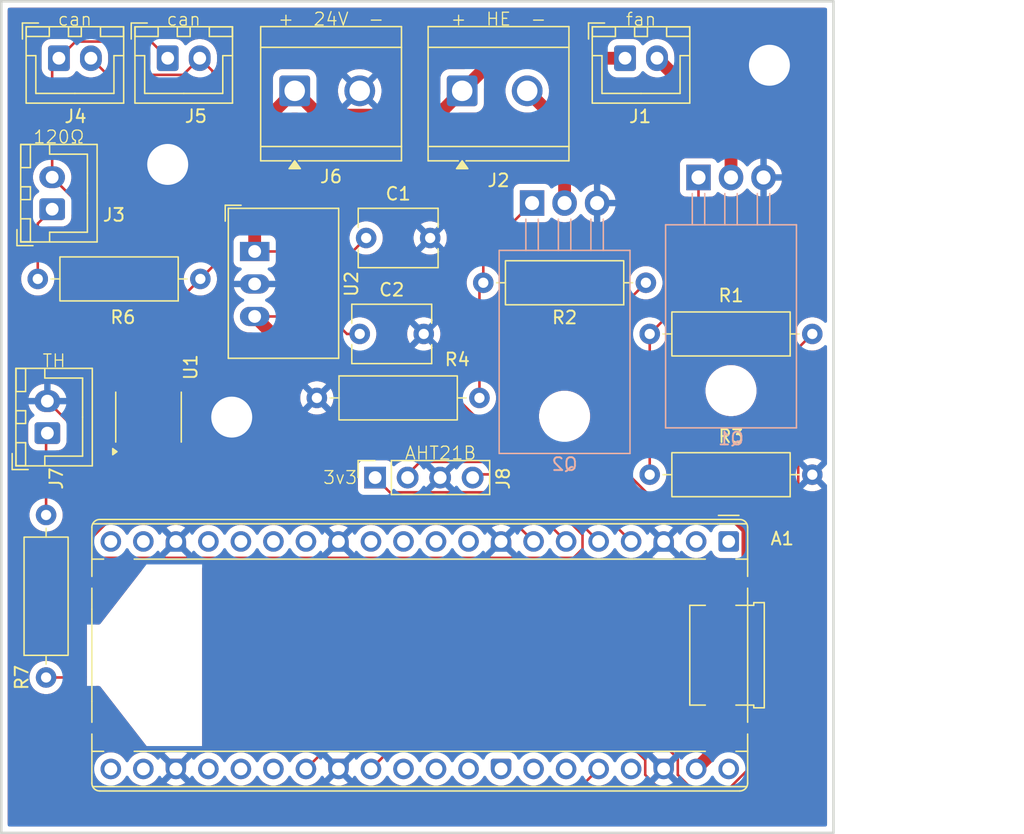
<source format=kicad_pcb>
(kicad_pcb (version 20241229) (generator "pcbnew") (generator_version "9.0")
  (layers (0 "F.Cu" jumper) (2 "B.Cu" jumper) (13 "F.Paste" user) (15 "B.Paste" user) (5 "F.SilkS" user "F.Silkscreen") (7 "B.SilkS" user "B.Silkscreen") (1 "F.Mask" user) (3 "B.Mask" user) (25 "Edge.Cuts" user))
  (net 0 "")
  (net 3 "canRX")
  (net 6 "+5V")
  (net 9 "canTX")
  (net 10 "GND")
  (net 11 "+3V3")
  (net 12 "fanEN")
  (net 16 "heaterEN")
  (net 30 "VBUS")
  (net 32 "+24V")
  (net 33 "Net-(J1-Pin_2)")
  (net 34 "Net-(J2-Pin_2)")
  (net 35 "canH")
  (net 36 "canL")
  (net 37 "Net-(Q1-G)")
  (net 38 "Net-(Q2-G)")
  (net 40 "Net-(J3-Pin_1)")
  (net 41 "thermistor")
  (net 42 "sda")
  (net 43 "scl")
  (footprint "Capacitor_THT:C_Disc_D6.0mm_W4.4mm_P5.00mm" (layer "F.Cu") (at 48.5 38.5)
    (property "Reference" "C1" (at 2.5 -3.45 0) (layer "F.SilkS"))
    (property "Value" "10µF")
    (fp_line (start -0.62 -2.32) (end 5.62 -2.32) (stroke (width 0.12)) (layer "F.SilkS"))
    (fp_line (start -0.62 -0.835) (end -0.62 -2.32) (stroke (width 0.12)) (layer "F.SilkS"))
    (fp_line (start -0.62 2.32) (end -0.62 0.835) (stroke (width 0.12)) (layer "F.SilkS"))
    (fp_line (start 5.62 -2.32) (end 5.62 -0.835) (stroke (width 0.12)) (layer "F.SilkS"))
    (fp_line (start 5.62 0.835) (end 5.62 2.32) (stroke (width 0.12)) (layer "F.SilkS"))
    (fp_line (start 5.62 2.32) (end -0.62 2.32) (stroke (width 0.12)) (layer "F.SilkS"))
    (pad "1" thru_hole circle (at 0 0) (size 1.6 1.6) (drill 0.8) (layers "*.Cu" "*.Mask") (net 32 "+24V"))
    (pad "2" thru_hole circle (at 5 0) (size 1.6 1.6) (drill 0.8) (layers "*.Cu" "*.Mask") (net 10 "GND"))
  )
  (footprint "Package_SO:SOIC-8_3.9x4.9mm_P1.27mm" (layer "F.Cu") (at 31.5 52.5 90)
    (property "Reference" "U1" (at 3.9 3.3 90) (layer "F.SilkS"))
    (property "Value" "SN65HVD230")
    (fp_line (start 0 -2.56) (end 1.95 -2.56) (stroke (width 0.12)) (layer "F.SilkS"))
    (fp_line (start 0 -2.56) (end -1.95 -2.56) (stroke (width 0.12)) (layer "F.SilkS"))
    (fp_line (start 0 2.56) (end 1.95 2.56) (stroke (width 0.12)) (layer "F.SilkS"))
    (fp_line (start 0 2.56) (end -1.95 2.56) (stroke (width 0.12)) (layer "F.SilkS"))
    (fp_poly (pts (xy -2.7 -2.465) (xy -2.94 -2.795) (xy -2.46 -2.795)) (stroke (width 0.12)) (fill yes) (layer "F.SilkS"))
    (pad "1" smd roundrect (at -2.475 -1.905 90) (size 1.95 0.6) (layers "F.Cu" "F.Mask" "F.Paste") (net 9 "canTX"))
    (pad "2" smd roundrect (at -2.475 -0.635 90) (size 1.95 0.6) (layers "F.Cu" "F.Mask" "F.Paste") (net 10 "GND"))
    (pad "3" smd roundrect (at -2.475 0.635 90) (size 1.95 0.6) (layers "F.Cu" "F.Mask" "F.Paste") (net 11 "+3V3"))
    (pad "4" smd roundrect (at -2.475 1.905 90) (size 1.95 0.6) (layers "F.Cu" "F.Mask" "F.Paste") (net 3 "canRX"))
    (pad "5" smd roundrect (at 2.475 1.905 90) (size 1.95 0.6) (layers "F.Cu" "F.Mask" "F.Paste"))
    (pad "6" smd roundrect (at 2.475 0.635 90) (size 1.95 0.6) (layers "F.Cu" "F.Mask" "F.Paste") (net 36 "canL"))
    (pad "7" smd roundrect (at 2.475 -0.635 90) (size 1.95 0.6) (layers "F.Cu" "F.Mask" "F.Paste") (net 35 "canH"))
    (pad "8" smd roundrect (at 2.475 -1.905 90) (size 1.95 0.6) (layers "F.Cu" "F.Mask" "F.Paste") (net 10 "GND"))
  )
  (footprint "MountingHole:MountingHole_3.2mm_M3_Pad" (layer "F.Cu") (at 80 25)
    (property "Reference" "H1" (hide yes))
    (property "Value" "MountingHole")
    (pad "1" thru_hole circle (at 0 0) (size 6.4 6.4) (drill 3.2) (layers "*.Cu" "*.Mask") (net 10 "GND"))
  )
  (footprint "Resistor_THT:R_Axial_DIN0309_L9.0mm_D3.2mm_P12.70mm_Horizontal" (layer "F.Cu") (at 83.35 46 180)
    (property "Reference" "R1" (at 6.35 3 0) (layer "F.SilkS"))
    (property "Value" "100Ω")
    (fp_line (start 11.66 0) (end 10.97 0) (stroke (width 0.12)) (layer "F.SilkS"))
    (fp_line (start 1.04 0) (end 1.73 0) (stroke (width 0.12)) (layer "F.SilkS"))
    (fp_rect (start 1.73 -1.72) (end 10.97 1.72) (stroke (width 0.12)) (fill no) (layer "F.SilkS"))
    (pad "1" thru_hole circle (at 0 0 180) (size 1.6 1.6) (drill 0.8) (layers "*.Cu" "*.Mask") (net 12 "fanEN"))
    (pad "2" thru_hole circle (at 12.7 0 180) (size 1.6 1.6) (drill 0.8) (layers "*.Cu" "*.Mask") (net 37 "Net-(Q1-G)"))
  )
  (footprint "Connector_JST:JST_XH_B2B-XH-A_1x02_P2.50mm_Vertical" (layer "F.Cu") (at 68.72 24.45)
    (property "Reference" "J1" (at 1.18 4.55 0) (layer "F.SilkS"))
    (property "Value" "Conn_01x02")
    (fp_line (start -2.85 -2.75) (end -2.85 -1.5) (stroke (width 0.12)) (layer "F.SilkS"))
    (fp_line (start -2.56 -2.46) (end -2.56 3.51) (stroke (width 0.12)) (layer "F.SilkS"))
    (fp_line (start -2.56 3.51) (end 5.06 3.51) (stroke (width 0.12)) (layer "F.SilkS"))
    (fp_line (start -2.55 -2.45) (end -2.55 -1.7) (stroke (width 0.12)) (layer "F.SilkS"))
    (fp_line (start -2.55 -1.7) (end -0.75 -1.7) (stroke (width 0.12)) (layer "F.SilkS"))
    (fp_line (start -2.55 -0.2) (end -1.8 -0.2) (stroke (width 0.12)) (layer "F.SilkS"))
    (fp_line (start -1.8 -0.2) (end -1.8 2.75) (stroke (width 0.12)) (layer "F.SilkS"))
    (fp_line (start -1.8 2.75) (end 1.25 2.75) (stroke (width 0.12)) (layer "F.SilkS"))
    (fp_line (start -1.6 -2.75) (end -2.85 -2.75) (stroke (width 0.12)) (layer "F.SilkS"))
    (fp_line (start -0.75 -2.45) (end -2.55 -2.45) (stroke (width 0.12)) (layer "F.SilkS"))
    (fp_line (start -0.75 -1.7) (end -0.75 -2.45) (stroke (width 0.12)) (layer "F.SilkS"))
    (fp_line (start 0.75 -2.45) (end 0.75 -1.7) (stroke (width 0.12)) (layer "F.SilkS"))
    (fp_line (start 0.75 -1.7) (end 1.75 -1.7) (stroke (width 0.12)) (layer "F.SilkS"))
    (fp_line (start 1.75 -2.45) (end 0.75 -2.45) (stroke (width 0.12)) (layer "F.SilkS"))
    (fp_line (start 1.75 -1.7) (end 1.75 -2.45) (stroke (width 0.12)) (layer "F.SilkS"))
    (fp_line (start 3.25 -2.45) (end 3.25 -1.7) (stroke (width 0.12)) (layer "F.SilkS"))
    (fp_line (start 3.25 -1.7) (end 5.05 -1.7) (stroke (width 0.12)) (layer "F.SilkS"))
    (fp_line (start 4.3 -0.2) (end 4.3 2.75) (stroke (width 0.12)) (layer "F.SilkS"))
    (fp_line (start 4.3 2.75) (end 1.25 2.75) (stroke (width 0.12)) (layer "F.SilkS"))
    (fp_line (start 5.05 -2.45) (end 3.25 -2.45) (stroke (width 0.12)) (layer "F.SilkS"))
    (fp_line (start 5.05 -1.7) (end 5.05 -2.45) (stroke (width 0.12)) (layer "F.SilkS"))
    (fp_line (start 5.05 -0.2) (end 4.3 -0.2) (stroke (width 0.12)) (layer "F.SilkS"))
    (fp_line (start 5.06 -2.46) (end -2.56 -2.46) (stroke (width 0.12)) (layer "F.SilkS"))
    (fp_line (start 5.06 3.51) (end 5.06 -2.46) (stroke (width 0.12)) (layer "F.SilkS"))
    (pad "1" thru_hole roundrect (at 0 0) (size 1.7 2) (drill 1) (layers "*.Cu" "*.Mask") (roundrect_rratio 0.147059) (net 32 "+24V"))
    (pad "2" thru_hole oval (at 2.5 0) (size 1.7 2) (drill 1) (layers "*.Cu" "*.Mask") (net 33 "Net-(J1-Pin_2)"))
  )
  (footprint "Resistor_THT:R_Axial_DIN0309_L9.0mm_D3.2mm_P12.70mm_Horizontal" (layer "F.Cu") (at 44.65 51)
    (property "Reference" "R4" (at 10.97 -3 0) (layer "F.SilkS"))
    (property "Value" "100KΩ")
    (fp_line (start 1.04 0) (end 1.73 0) (stroke (width 0.12)) (layer "F.SilkS"))
    (fp_line (start 11.66 0) (end 10.97 0) (stroke (width 0.12)) (layer "F.SilkS"))
    (fp_rect (start 1.73 -1.72) (end 10.97 1.72) (stroke (width 0.12)) (fill no) (layer "F.SilkS"))
    (pad "1" thru_hole circle (at 0 0) (size 1.6 1.6) (drill 0.8) (layers "*.Cu" "*.Mask") (net 10 "GND"))
    (pad "2" thru_hole circle (at 12.7 0) (size 1.6 1.6) (drill 0.8) (layers "*.Cu" "*.Mask") (net 38 "Net-(Q2-G)"))
  )
  (footprint "Connector_JST:JST_XH_B2B-XH-A_1x02_P2.50mm_Vertical" (layer "F.Cu") (at 33 24.45)
    (property "Reference" "J5" (at 2.2 3.95 0) (layer "F.SilkS") (effects (justify top)))
    (property "Value" "Conn_01x02")
    (fp_line (start -2.85 -2.75) (end -2.85 -1.5) (stroke (width 0.12)) (layer "F.SilkS"))
    (fp_line (start -2.56 -2.46) (end -2.56 3.51) (stroke (width 0.12)) (layer "F.SilkS"))
    (fp_line (start -2.56 3.51) (end 5.06 3.51) (stroke (width 0.12)) (layer "F.SilkS"))
    (fp_line (start -2.55 -2.45) (end -2.55 -1.7) (stroke (width 0.12)) (layer "F.SilkS"))
    (fp_line (start -2.55 -1.7) (end -0.75 -1.7) (stroke (width 0.12)) (layer "F.SilkS"))
    (fp_line (start -2.55 -0.2) (end -1.8 -0.2) (stroke (width 0.12)) (layer "F.SilkS"))
    (fp_line (start -1.8 -0.2) (end -1.8 2.75) (stroke (width 0.12)) (layer "F.SilkS"))
    (fp_line (start -1.8 2.75) (end 1.25 2.75) (stroke (width 0.12)) (layer "F.SilkS"))
    (fp_line (start -1.6 -2.75) (end -2.85 -2.75) (stroke (width 0.12)) (layer "F.SilkS"))
    (fp_line (start -0.75 -2.45) (end -2.55 -2.45) (stroke (width 0.12)) (layer "F.SilkS"))
    (fp_line (start -0.75 -1.7) (end -0.75 -2.45) (stroke (width 0.12)) (layer "F.SilkS"))
    (fp_line (start 0.75 -2.45) (end 0.75 -1.7) (stroke (width 0.12)) (layer "F.SilkS"))
    (fp_line (start 0.75 -1.7) (end 1.75 -1.7) (stroke (width 0.12)) (layer "F.SilkS"))
    (fp_line (start 1.75 -2.45) (end 0.75 -2.45) (stroke (width 0.12)) (layer "F.SilkS"))
    (fp_line (start 1.75 -1.7) (end 1.75 -2.45) (stroke (width 0.12)) (layer "F.SilkS"))
    (fp_line (start 3.25 -2.45) (end 3.25 -1.7) (stroke (width 0.12)) (layer "F.SilkS"))
    (fp_line (start 3.25 -1.7) (end 5.05 -1.7) (stroke (width 0.12)) (layer "F.SilkS"))
    (fp_line (start 4.3 -0.2) (end 4.3 2.75) (stroke (width 0.12)) (layer "F.SilkS"))
    (fp_line (start 4.3 2.75) (end 1.25 2.75) (stroke (width 0.12)) (layer "F.SilkS"))
    (fp_line (start 5.05 -2.45) (end 3.25 -2.45) (stroke (width 0.12)) (layer "F.SilkS"))
    (fp_line (start 5.05 -1.7) (end 5.05 -2.45) (stroke (width 0.12)) (layer "F.SilkS"))
    (fp_line (start 5.05 -0.2) (end 4.3 -0.2) (stroke (width 0.12)) (layer "F.SilkS"))
    (fp_line (start 5.06 -2.46) (end -2.56 -2.46) (stroke (width 0.12)) (layer "F.SilkS"))
    (fp_line (start 5.06 3.51) (end 5.06 -2.46) (stroke (width 0.12)) (layer "F.SilkS"))
    (pad "1" thru_hole roundrect (at 0 0) (size 1.7 2) (drill 1) (layers "*.Cu" "*.Mask") (roundrect_rratio 0.147059) (net 35 "canH"))
    (pad "2" thru_hole oval (at 2.5 0) (size 1.7 2) (drill 1) (layers "*.Cu" "*.Mask") (net 36 "canL"))
  )
  (footprint "Connector_JST:JST_XH_B2B-XH-A_1x02_P2.50mm_Vertical" (layer "F.Cu") (at 24.5 24.45)
    (property "Reference" "J4" (at 1.3 4.55 0) (layer "F.SilkS"))
    (property "Value" "Conn_01x02")
    (fp_line (start -2.85 -2.75) (end -2.85 -1.5) (stroke (width 0.12)) (layer "F.SilkS"))
    (fp_line (start -2.56 -2.46) (end -2.56 3.51) (stroke (width 0.12)) (layer "F.SilkS"))
    (fp_line (start -2.56 3.51) (end 5.06 3.51) (stroke (width 0.12)) (layer "F.SilkS"))
    (fp_line (start -2.55 -2.45) (end -2.55 -1.7) (stroke (width 0.12)) (layer "F.SilkS"))
    (fp_line (start -2.55 -1.7) (end -0.75 -1.7) (stroke (width 0.12)) (layer "F.SilkS"))
    (fp_line (start -2.55 -0.2) (end -1.8 -0.2) (stroke (width 0.12)) (layer "F.SilkS"))
    (fp_line (start -1.8 -0.2) (end -1.8 2.75) (stroke (width 0.12)) (layer "F.SilkS"))
    (fp_line (start -1.8 2.75) (end 1.25 2.75) (stroke (width 0.12)) (layer "F.SilkS"))
    (fp_line (start -1.6 -2.75) (end -2.85 -2.75) (stroke (width 0.12)) (layer "F.SilkS"))
    (fp_line (start -0.75 -2.45) (end -2.55 -2.45) (stroke (width 0.12)) (layer "F.SilkS"))
    (fp_line (start -0.75 -1.7) (end -0.75 -2.45) (stroke (width 0.12)) (layer "F.SilkS"))
    (fp_line (start 0.75 -2.45) (end 0.75 -1.7) (stroke (width 0.12)) (layer "F.SilkS"))
    (fp_line (start 0.75 -1.7) (end 1.75 -1.7) (stroke (width 0.12)) (layer "F.SilkS"))
    (fp_line (start 1.75 -2.45) (end 0.75 -2.45) (stroke (width 0.12)) (layer "F.SilkS"))
    (fp_line (start 1.75 -1.7) (end 1.75 -2.45) (stroke (width 0.12)) (layer "F.SilkS"))
    (fp_line (start 3.25 -2.45) (end 3.25 -1.7) (stroke (width 0.12)) (layer "F.SilkS"))
    (fp_line (start 3.25 -1.7) (end 5.05 -1.7) (stroke (width 0.12)) (layer "F.SilkS"))
    (fp_line (start 4.3 -0.2) (end 4.3 2.75) (stroke (width 0.12)) (layer "F.SilkS"))
    (fp_line (start 4.3 2.75) (end 1.25 2.75) (stroke (width 0.12)) (layer "F.SilkS"))
    (fp_line (start 5.05 -2.45) (end 3.25 -2.45) (stroke (width 0.12)) (layer "F.SilkS"))
    (fp_line (start 5.05 -1.7) (end 5.05 -2.45) (stroke (width 0.12)) (layer "F.SilkS"))
    (fp_line (start 5.05 -0.2) (end 4.3 -0.2) (stroke (width 0.12)) (layer "F.SilkS"))
    (fp_line (start 5.06 -2.46) (end -2.56 -2.46) (stroke (width 0.12)) (layer "F.SilkS"))
    (fp_line (start 5.06 3.51) (end 5.06 -2.46) (stroke (width 0.12)) (layer "F.SilkS"))
    (pad "1" thru_hole roundrect (at 0 0) (size 1.7 2) (drill 1) (layers "*.Cu" "*.Mask") (roundrect_rratio 0.147059) (net 35 "canH"))
    (pad "2" thru_hole oval (at 2.5 0) (size 1.7 2) (drill 1) (layers "*.Cu" "*.Mask") (net 36 "canL"))
  )
  (footprint "Connector_JST:JST_XH_B2B-XH-A_1x02_P2.50mm_Vertical" (layer "F.Cu") (at 23.6 53.75 90)
    (property "Reference" "J7" (at -3.55 0.7 90) (layer "F.SilkS"))
    (property "Value" "Conn_01x02")
    (fp_line (start -1.6 -2.75) (end -2.85 -2.75) (stroke (width 0.12)) (layer "F.SilkS"))
    (fp_line (start -2.85 -2.75) (end -2.85 -1.5) (stroke (width 0.12)) (layer "F.SilkS"))
    (fp_line (start 5.06 -2.46) (end -2.56 -2.46) (stroke (width 0.12)) (layer "F.SilkS"))
    (fp_line (start -2.56 -2.46) (end -2.56 3.51) (stroke (width 0.12)) (layer "F.SilkS"))
    (fp_line (start 5.05 -2.45) (end 3.25 -2.45) (stroke (width 0.12)) (layer "F.SilkS"))
    (fp_line (start 3.25 -2.45) (end 3.25 -1.7) (stroke (width 0.12)) (layer "F.SilkS"))
    (fp_line (start 1.75 -2.45) (end 0.75 -2.45) (stroke (width 0.12)) (layer "F.SilkS"))
    (fp_line (start 0.75 -2.45) (end 0.75 -1.7) (stroke (width 0.12)) (layer "F.SilkS"))
    (fp_line (start -0.75 -2.45) (end -2.55 -2.45) (stroke (width 0.12)) (layer "F.SilkS"))
    (fp_line (start -2.55 -2.45) (end -2.55 -1.7) (stroke (width 0.12)) (layer "F.SilkS"))
    (fp_line (start 5.05 -1.7) (end 5.05 -2.45) (stroke (width 0.12)) (layer "F.SilkS"))
    (fp_line (start 3.25 -1.7) (end 5.05 -1.7) (stroke (width 0.12)) (layer "F.SilkS"))
    (fp_line (start 1.75 -1.7) (end 1.75 -2.45) (stroke (width 0.12)) (layer "F.SilkS"))
    (fp_line (start 0.75 -1.7) (end 1.75 -1.7) (stroke (width 0.12)) (layer "F.SilkS"))
    (fp_line (start -0.75 -1.7) (end -0.75 -2.45) (stroke (width 0.12)) (layer "F.SilkS"))
    (fp_line (start -2.55 -1.7) (end -0.75 -1.7) (stroke (width 0.12)) (layer "F.SilkS"))
    (fp_line (start 5.05 -0.2) (end 4.3 -0.2) (stroke (width 0.12)) (layer "F.SilkS"))
    (fp_line (start 4.3 -0.2) (end 4.3 2.75) (stroke (width 0.12)) (layer "F.SilkS"))
    (fp_line (start -1.8 -0.2) (end -1.8 2.75) (stroke (width 0.12)) (layer "F.SilkS"))
    (fp_line (start -2.55 -0.2) (end -1.8 -0.2) (stroke (width 0.12)) (layer "F.SilkS"))
    (fp_line (start 4.3 2.75) (end 1.25 2.75) (stroke (width 0.12)) (layer "F.SilkS"))
    (fp_line (start -1.8 2.75) (end 1.25 2.75) (stroke (width 0.12)) (layer "F.SilkS"))
    (fp_line (start 5.06 3.51) (end 5.06 -2.46) (stroke (width 0.12)) (layer "F.SilkS"))
    (fp_line (start -2.56 3.51) (end 5.06 3.51) (stroke (width 0.12)) (layer "F.SilkS"))
    (pad "1" thru_hole roundrect (at 0 0 90) (size 1.7 2) (drill 1) (layers "*.Cu" "*.Mask") (roundrect_rratio 0.147059) (net 41 "thermistor"))
    (pad "2" thru_hole oval (at 2.5 0 90) (size 1.7 2) (drill 1) (layers "*.Cu" "*.Mask") (net 10 "GND"))
  )
  (footprint "Connector_JST:JST_XH_B2B-XH-A_1x02_P2.50mm_Vertical" (layer "F.Cu") (at 23.975 36.25 90)
    (property "Reference" "J3" (at -0.45 4.825 180) (layer "F.SilkS"))
    (property "Value" "Conn_01x02")
    (fp_line (start -1.6 -2.75) (end -2.85 -2.75) (stroke (width 0.12)) (layer "F.SilkS"))
    (fp_line (start -2.85 -2.75) (end -2.85 -1.5) (stroke (width 0.12)) (layer "F.SilkS"))
    (fp_line (start 5.06 -2.46) (end -2.56 -2.46) (stroke (width 0.12)) (layer "F.SilkS"))
    (fp_line (start -2.56 -2.46) (end -2.56 3.51) (stroke (width 0.12)) (layer "F.SilkS"))
    (fp_line (start 5.05 -2.45) (end 3.25 -2.45) (stroke (width 0.12)) (layer "F.SilkS"))
    (fp_line (start 3.25 -2.45) (end 3.25 -1.7) (stroke (width 0.12)) (layer "F.SilkS"))
    (fp_line (start 1.75 -2.45) (end 0.75 -2.45) (stroke (width 0.12)) (layer "F.SilkS"))
    (fp_line (start 0.75 -2.45) (end 0.75 -1.7) (stroke (width 0.12)) (layer "F.SilkS"))
    (fp_line (start -0.75 -2.45) (end -2.55 -2.45) (stroke (width 0.12)) (layer "F.SilkS"))
    (fp_line (start -2.55 -2.45) (end -2.55 -1.7) (stroke (width 0.12)) (layer "F.SilkS"))
    (fp_line (start 5.05 -1.7) (end 5.05 -2.45) (stroke (width 0.12)) (layer "F.SilkS"))
    (fp_line (start 3.25 -1.7) (end 5.05 -1.7) (stroke (width 0.12)) (layer "F.SilkS"))
    (fp_line (start 1.75 -1.7) (end 1.75 -2.45) (stroke (width 0.12)) (layer "F.SilkS"))
    (fp_line (start 0.75 -1.7) (end 1.75 -1.7) (stroke (width 0.12)) (layer "F.SilkS"))
    (fp_line (start -0.75 -1.7) (end -0.75 -2.45) (stroke (width 0.12)) (layer "F.SilkS"))
    (fp_line (start -2.55 -1.7) (end -0.75 -1.7) (stroke (width 0.12)) (layer "F.SilkS"))
    (fp_line (start 5.05 -0.2) (end 4.3 -0.2) (stroke (width 0.12)) (layer "F.SilkS"))
    (fp_line (start 4.3 -0.2) (end 4.3 2.75) (stroke (width 0.12)) (layer "F.SilkS"))
    (fp_line (start -1.8 -0.2) (end -1.8 2.75) (stroke (width 0.12)) (layer "F.SilkS"))
    (fp_line (start -2.55 -0.2) (end -1.8 -0.2) (stroke (width 0.12)) (layer "F.SilkS"))
    (fp_line (start 4.3 2.75) (end 1.25 2.75) (stroke (width 0.12)) (layer "F.SilkS"))
    (fp_line (start -1.8 2.75) (end 1.25 2.75) (stroke (width 0.12)) (layer "F.SilkS"))
    (fp_line (start 5.06 3.51) (end 5.06 -2.46) (stroke (width 0.12)) (layer "F.SilkS"))
    (fp_line (start -2.56 3.51) (end 5.06 3.51) (stroke (width 0.12)) (layer "F.SilkS"))
    (pad "1" thru_hole roundrect (at 0 0 90) (size 1.7 2) (drill 1) (layers "*.Cu" "*.Mask") (roundrect_rratio 0.147059) (net 40 "Net-(J3-Pin_1)"))
    (pad "2" thru_hole oval (at 2.5 0 90) (size 1.7 2) (drill 1) (layers "*.Cu" "*.Mask") (net 35 "canH"))
  )
  (footprint "Resistor_THT:R_Axial_DIN0309_L9.0mm_D3.2mm_P12.70mm_Horizontal" (layer "F.Cu") (at 83.35 57 180)
    (property "Reference" "R3" (at 6.35 3 0) (layer "F.SilkS"))
    (property "Value" "100KΩ")
    (fp_line (start 11.66 0) (end 10.97 0) (stroke (width 0.12)) (layer "F.SilkS"))
    (fp_line (start 1.04 0) (end 1.73 0) (stroke (width 0.12)) (layer "F.SilkS"))
    (fp_rect (start 1.73 -1.72) (end 10.97 1.72) (stroke (width 0.12)) (fill no) (layer "F.SilkS"))
    (pad "1" thru_hole circle (at 0 0 180) (size 1.6 1.6) (drill 0.8) (layers "*.Cu" "*.Mask") (net 10 "GND"))
    (pad "2" thru_hole circle (at 12.7 0 180) (size 1.6 1.6) (drill 0.8) (layers "*.Cu" "*.Mask") (net 37 "Net-(Q1-G)"))
  )
  (footprint "Module:RaspberryPi_Pico_Common_THT" (layer "F.Cu") (at 76.8175 62.22 -90)
    (property "Reference" "A1" (at -0.22 -3.1825 0) (layer "F.SilkS") (effects (justify left)))
    (property "Value" "RaspberryPi_Pico")
    (fp_line (start -1.11 49.74) (end 2.727939 49.74) (stroke (width 0.12)) (layer "F.SilkS"))
    (fp_line (start 5.29 49.74) (end 3.652061 49.74) (stroke (width 0.12)) (layer "F.SilkS"))
    (fp_line (start 12.49 49.74) (end 5.29 49.74) (stroke (width 0.12)) (layer "F.SilkS"))
    (fp_line (start 14.127939 49.74) (end 12.49 49.74) (stroke (width 0.12)) (layer "F.SilkS"))
    (fp_line (start 15.052061 49.74) (end 18.89 49.74) (stroke (width 0.12)) (layer "F.SilkS"))
    (fp_line (start 19.16 49.677) (end 19.16 -1.417) (stroke (width 0.12)) (layer "F.SilkS"))
    (fp_line (start 1.38 48.82648) (end 1.38 49.74) (stroke (width 0.12)) (layer "F.SilkS"))
    (fp_line (start 16.4 48.82648) (end 16.4 49.74) (stroke (width 0.12)) (layer "F.SilkS"))
    (fp_line (start 12.79 3.04) (end 4.99 3.04) (stroke (width 0.12)) (layer "F.SilkS"))
    (fp_line (start 1.38 1.82648) (end 1.38 46.43352) (stroke (width 0.12)) (layer "F.SilkS"))
    (fp_line (start 16.4 1.82648) (end 16.4 46.43352) (stroke (width 0.12)) (layer "F.SilkS"))
    (fp_line (start 4.99 1.824) (end 4.99 3.04) (stroke (width 0.12)) (layer "F.SilkS"))
    (fp_line (start 12.79 1.824) (end 12.79 3.04) (stroke (width 0.12)) (layer "F.SilkS"))
    (fp_line (start -2.04 0.8) (end -2.04 -0.8) (stroke (width 0.12)) (layer "F.SilkS"))
    (fp_line (start -1.72 -0.87) (end -1.72 49.13) (stroke (width 0.12)) (layer "F.SilkS"))
    (fp_line (start 19.5 -0.87) (end 19.5 49.13) (stroke (width 0.12)) (layer "F.SilkS"))
    (fp_line (start -1.38 -1.417) (end -1.38 49.677) (stroke (width 0.12)) (layer "F.SilkS"))
    (fp_line (start -1.11 -1.48) (end 1.38 -1.48) (stroke (width 0.12)) (layer "F.SilkS"))
    (fp_line (start 1.38 -1.48) (end 1.38 -0.56648) (stroke (width 0.12)) (layer "F.SilkS"))
    (fp_line (start 1.38 -1.48) (end 2.72794 -1.48) (stroke (width 0.12)) (layer "F.SilkS"))
    (fp_line (start 3.652061 -1.48) (end 4.655 -1.48) (stroke (width 0.12)) (layer "F.SilkS"))
    (fp_line (start 4.655 -1.48) (end 13.125 -1.48) (stroke (width 0.12)) (layer "F.SilkS"))
    (fp_line (start 13.125 -1.48) (end 14.127939 -1.48) (stroke (width 0.12)) (layer "F.SilkS"))
    (fp_line (start 15.052061 -1.48) (end 16.4 -1.48) (stroke (width 0.12)) (layer "F.SilkS"))
    (fp_line (start 16.4 -1.48) (end 16.4 -0.56648) (stroke (width 0.12)) (layer "F.SilkS"))
    (fp_line (start 18.89 -1.48) (end 16.4 -1.48) (stroke (width 0.12)) (layer "F.SilkS"))
    (fp_line (start 4.78 -1.96) (end 4.99 -1.96) (stroke (width 0.12)) (layer "F.SilkS"))
    (fp_line (start 4.99 -1.96) (end 4.99 -0.564) (stroke (width 0.12)) (layer "F.SilkS"))
    (fp_line (start 12.79 -1.96) (end 12.79 -0.564) (stroke (width 0.12)) (layer "F.SilkS"))
    (fp_line (start 13 -1.96) (end 12.79 -1.96) (stroke (width 0.12)) (layer "F.SilkS"))
    (fp_line (start 4.78 -2.78) (end 4.78 -1.96) (stroke (width 0.12)) (layer "F.SilkS"))
    (fp_line (start 4.78 -2.78) (end 13 -2.78) (stroke (width 0.12)) (layer "F.SilkS"))
    (fp_line (start 13 -2.78) (end 13 -1.96) (stroke (width 0.12)) (layer "F.SilkS"))
    (fp_arc (start -1.11 49.74) (mid -1.541364 49.561364) (end -1.72 49.13) (stroke (width 0.12)) (layer "F.SilkS"))
    (fp_arc (start 19.5 49.13) (mid 19.321335 49.561335) (end 18.89 49.74) (stroke (width 0.12)) (layer "F.SilkS"))
    (fp_arc (start -1.72 -0.87) (mid -1.541335 -1.301335) (end -1.11 -1.48) (stroke (width 0.12)) (layer "F.SilkS"))
    (fp_arc (start 18.89 -1.48) (mid 19.321335 -1.301335) (end 19.5 -0.87) (stroke (width 0.12)) (layer "F.SilkS"))
    (pad "1" thru_hole roundrect (at 0 0 270) (size 1.6 1.6) (drill 1) (layers "*.Cu" "*.Mask") (roundrect_rratio 0.125))
    (pad "2" thru_hole circle (at 0 2.54 270) (size 1.6 1.6) (drill 1) (layers "*.Cu" "*.Mask"))
    (pad "3" thru_hole custom (at 0 5.08 270) (size 1.6 1.6) (drill 1) (layers "*.Cu" "*.Mask") (net 10 "GND") (options (clearance outline) (anchor circle)) (primitives (gr_poly (pts (xy 0.8 0.6) (xy 0.8 -0.6) (xy 0.6 -0.8) (xy 0 -0.8) (xy 0 0.8) (xy 0.6 0.8)) (width 0) (fill yes)) (gr_circle (center 0.6 0.6) (end 0.8 0.6) (width 0) (fill yes)) (gr_circle (center 0.6 -0.6) (end 0.8 -0.6) (width 0) (fill yes))))
    (pad "4" thru_hole circle (at 0 7.62 270) (size 1.6 1.6) (drill 1) (layers "*.Cu" "*.Mask") (net 42 "sda"))
    (pad "5" thru_hole circle (at 0 10.16 270) (size 1.6 1.6) (drill 1) (layers "*.Cu" "*.Mask") (net 43 "scl"))
    (pad "6" thru_hole circle (at 0 12.7 270) (size 1.6 1.6) (drill 1) (layers "*.Cu" "*.Mask") (net 3 "canRX"))
    (pad "7" thru_hole circle (at 0 15.24 270) (size 1.6 1.6) (drill 1) (layers "*.Cu" "*.Mask") (net 9 "canTX"))
    (pad "8" thru_hole custom (at 0 17.78 270) (size 1.6 1.6) (drill 1) (layers "*.Cu" "*.Mask") (net 10 "GND") (options (clearance outline) (anchor circle)) (primitives (gr_poly (pts (xy 0.8 0.6) (xy 0.8 -0.6) (xy 0.6 -0.8) (xy 0 -0.8) (xy 0 0.8) (xy 0.6 0.8)) (width 0) (fill yes)) (gr_circle (center 0.6 0.6) (end 0.8 0.6) (width 0) (fill yes)) (gr_circle (center 0.6 -0.6) (end 0.8 -0.6) (width 0) (fill yes))))
    (pad "9" thru_hole circle (at 0 20.32 270) (size 1.6 1.6) (drill 1) (layers "*.Cu" "*.Mask"))
    (pad "10" thru_hole circle (at 0 22.86 270) (size 1.6 1.6) (drill 1) (layers "*.Cu" "*.Mask"))
    (pad "11" thru_hole circle (at 0 25.4 270) (size 1.6 1.6) (drill 1) (layers "*.Cu" "*.Mask"))
    (pad "12" thru_hole circle (at 0 27.94 270) (size 1.6 1.6) (drill 1) (layers "*.Cu" "*.Mask"))
    (pad "13" thru_hole custom (at 0 30.48 270) (size 1.6 1.6) (drill 1) (layers "*.Cu" "*.Mask") (net 10 "GND") (options (clearance outline) (anchor circle)) (primitives (gr_poly (pts (xy 0.8 0.6) (xy 0.8 -0.6) (xy 0.6 -0.8) (xy 0 -0.8) (xy 0 0.8) (xy 0.6 0.8)) (width 0) (fill yes)) (gr_circle (center 0.6 0.6) (end 0.8 0.6) (width 0) (fill yes)) (gr_circle (center 0.6 -0.6) (end 0.8 -0.6) (width 0) (fill yes))))
    (pad "14" thru_hole circle (at 0 33.02 270) (size 1.6 1.6) (drill 1) (layers "*.Cu" "*.Mask"))
    (pad "15" thru_hole circle (at 0 35.56 270) (size 1.6 1.6) (drill 1) (layers "*.Cu" "*.Mask"))
    (pad "16" thru_hole circle (at 0 38.1 270) (size 1.6 1.6) (drill 1) (layers "*.Cu" "*.Mask"))
    (pad "17" thru_hole circle (at 0 40.64 270) (size 1.6 1.6) (drill 1) (layers "*.Cu" "*.Mask"))
    (pad "18" thru_hole custom (at 0 43.18 270) (size 1.6 1.6) (drill 1) (layers "*.Cu" "*.Mask") (net 10 "GND") (options (clearance outline) (anchor circle)) (primitives (gr_poly (pts (xy 0.8 0.6) (xy 0.8 -0.6) (xy 0.6 -0.8) (xy 0 -0.8) (xy 0 0.8) (xy 0.6 0.8)) (width 0) (fill yes)) (gr_circle (center 0.6 0.6) (end 0.8 0.6) (width 0) (fill yes)) (gr_circle (center 0.6 -0.6) (end 0.8 -0.6) (width 0) (fill yes))))
    (pad "19" thru_hole circle (at 0 45.72 270) (size 1.6 1.6) (drill 1) (layers "*.Cu" "*.Mask"))
    (pad "20" thru_hole circle (at 0 48.26 270) (size 1.6 1.6) (drill 1) (layers "*.Cu" "*.Mask"))
    (pad "21" thru_hole circle (at 17.78 48.26 270) (size 1.6 1.6) (drill 1) (layers "*.Cu" "*.Mask"))
    (pad "22" thru_hole circle (at 17.78 45.72 270) (size 1.6 1.6) (drill 1) (layers "*.Cu" "*.Mask"))
    (pad "23" thru_hole custom (at 17.78 43.18 270) (size 1.6 1.6) (drill 1) (layers "*.Cu" "*.Mask") (net 10 "GND") (options (clearance outline) (anchor circle)) (primitives (gr_poly (pts (xy -0.8 0.6) (xy -0.8 -0.6) (xy -0.6 -0.8) (xy 0 -0.8) (xy 0 0.8) (xy -0.6 0.8)) (width 0) (fill yes)) (gr_circle (center -0.6 0.6) (end -0.4 0.6) (width 0) (fill yes)) (gr_circle (center -0.6 -0.6) (end -0.4 -0.6) (width 0) (fill yes))))
    (pad "24" thru_hole circle (at 17.78 40.64 270) (size 1.6 1.6) (drill 1) (layers "*.Cu" "*.Mask"))
    (pad "25" thru_hole circle (at 17.78 38.1 270) (size 1.6 1.6) (drill 1) (layers "*.Cu" "*.Mask"))
    (pad "26" thru_hole circle (at 17.78 35.56 270) (size 1.6 1.6) (drill 1) (layers "*.Cu" "*.Mask"))
    (pad "27" thru_hole circle (at 17.78 33.02 270) (size 1.6 1.6) (drill 1) (layers "*.Cu" "*.Mask") (net 16 "heaterEN"))
    (pad "28" thru_hole custom (at 17.78 30.48 270) (size 1.6 1.6) (drill 1) (layers "*.Cu" "*.Mask") (net 10 "GND") (options (clearance outline) (anchor circle)) (primitives (gr_poly (pts (xy -0.8 0.6) (xy -0.8 -0.6) (xy -0.6 -0.8) (xy 0 -0.8) (xy 0 0.8) (xy -0.6 0.8)) (width 0) (fill yes)) (gr_circle (center -0.6 0.6) (end -0.4 0.6) (width 0) (fill yes)) (gr_circle (center -0.6 -0.6) (end -0.4 -0.6) (width 0) (fill yes))))
    (pad "29" thru_hole circle (at 17.78 27.94 270) (size 1.6 1.6) (drill 1) (layers "*.Cu" "*.Mask") (net 12 "fanEN"))
    (pad "30" thru_hole circle (at 17.78 25.4 270) (size 1.6 1.6) (drill 1) (layers "*.Cu" "*.Mask"))
    (pad "31" thru_hole circle (at 17.78 22.86 270) (size 1.6 1.6) (drill 1) (layers "*.Cu" "*.Mask"))
    (pad "32" thru_hole circle (at 17.78 20.32 270) (size 1.6 1.6) (drill 1) (layers "*.Cu" "*.Mask"))
    (pad "33" thru_hole custom (at 17.78 17.78 270) (size 1.6 1.6) (drill 1) (layers "*.Cu" "*.Mask") (options (clearance outline) (anchor circle)) (primitives (gr_poly (pts (xy -0.8 0.6) (xy -0.8 -0.6) (xy -0.6 -0.8) (xy 0 -0.8) (xy 0 0.8) (xy -0.6 0.8)) (width 0) (fill yes)) (gr_circle (center -0.6 0.6) (end -0.4 0.6) (width 0) (fill yes)) (gr_circle (center -0.6 -0.6) (end -0.4 -0.6) (width 0) (fill yes))))
    (pad "34" thru_hole circle (at 17.78 15.24 270) (size 1.6 1.6) (drill 1) (layers "*.Cu" "*.Mask"))
    (pad "35" thru_hole circle (at 17.78 12.7 270) (size 1.6 1.6) (drill 1) (layers "*.Cu" "*.Mask"))
    (pad "36" thru_hole circle (at 17.78 10.16 270) (size 1.6 1.6) (drill 1) (layers "*.Cu" "*.Mask") (net 11 "+3V3"))
    (pad "37" thru_hole circle (at 17.78 7.62 270) (size 1.6 1.6) (drill 1) (layers "*.Cu" "*.Mask"))
    (pad "38" thru_hole custom (at 17.78 5.08 270) (size 1.6 1.6) (drill 1) (layers "*.Cu" "*.Mask") (net 10 "GND") (options (clearance outline) (anchor circle)) (primitives (gr_poly (pts (xy -0.8 0.6) (xy -0.8 -0.6) (xy -0.6 -0.8) (xy 0 -0.8) (xy 0 0.8) (xy -0.6 0.8)) (width 0) (fill yes)) (gr_circle (center -0.6 0.6) (end -0.4 0.6) (width 0) (fill yes)) (gr_circle (center -0.6 -0.6) (end -0.4 -0.6) (width 0) (fill yes))))
    (pad "39" thru_hole circle (at 17.78 2.54 270) (size 1.6 1.6) (drill 1) (layers "*.Cu" "*.Mask") (net 6 "+5V"))
    (pad "40" thru_hole circle (at 17.78 0 270) (size 1.6 1.6) (drill 1) (layers "*.Cu" "*.Mask") (net 30 "VBUS"))
    (zone (net 0) (net_name "") (layers "F.Cu" "B.Cu" "F.Paste" "B.Paste") (name "Antenna Copper Keep Out") (connect_pads (clearance 0)) (min_thickness 0.254)
      (keepout (tracks not_allowed) (vias not_allowed) (pads not_allowed) (copperpour not_allowed) (footprints allowed))
      (fill (thermal_gap 0.508) (thermal_bridge_width 0.508))
      (polygon (pts (xy 27.697605 68.71) (xy 31.347605 64.01) (xy 35.6875 64.01) (xy 35.6875 78.21) (xy 31.347605 78.21) (xy 27.697605 73.51) (xy 26.6875 73.51) (xy 26.6875 68.71)))
    )
  )
  (footprint "MountingHole:MountingHole_3.2mm_M3_Pad" (layer "F.Cu") (at 38 52.5)
    (property "Reference" "H2" (hide yes))
    (property "Value" "MountingHole")
    (pad "1" thru_hole circle (at 0 0) (size 6.4 6.4) (drill 3.2) (layers "*.Cu" "*.Mask") (net 10 "GND"))
  )
  (footprint "Connector_PinSocket_2.54mm:PinSocket_1x04_P2.54mm_Vertical" (layer "F.Cu") (at 49.2 57.225 90)
    (property "Reference" "J8" (at -0.075 10 90) (layer "F.SilkS"))
    (property "Value" "Conn_01x04")
    (fp_line (start 1.33 -1.33) (end 1.33 0) (stroke (width 0.12)) (layer "F.SilkS"))
    (fp_line (start 0 -1.33) (end 1.33 -1.33) (stroke (width 0.12)) (layer "F.SilkS"))
    (fp_line (start 1.33 1.27) (end 1.33 8.95) (stroke (width 0.12)) (layer "F.SilkS"))
    (fp_line (start -1.33 1.27) (end 1.33 1.27) (stroke (width 0.12)) (layer "F.SilkS"))
    (fp_line (start -1.33 1.27) (end -1.33 8.95) (stroke (width 0.12)) (layer "F.SilkS"))
    (fp_line (start -1.33 8.95) (end 1.33 8.95) (stroke (width 0.12)) (layer "F.SilkS"))
    (pad "1" thru_hole rect (at 0 0 90) (size 1.7 1.7) (drill 1) (layers "*.Cu" "*.Mask") (net 11 "+3V3"))
    (pad "2" thru_hole circle (at 0 2.54 90) (size 1.7 1.7) (drill 1) (layers "*.Cu" "*.Mask") (net 42 "sda"))
    (pad "3" thru_hole circle (at 0 5.08 90) (size 1.7 1.7) (drill 1) (layers "*.Cu" "*.Mask") (net 10 "GND"))
    (pad "4" thru_hole circle (at 0 7.62 90) (size 1.7 1.7) (drill 1) (layers "*.Cu" "*.Mask") (net 43 "scl"))
  )
  (footprint "Converter_DCDC:Converter_DCDC_RECOM_R-78E-0.5_THT" (layer "F.Cu") (at 39.7925 39.5525 -90)
    (property "Reference" "U2" (at 2.54 -7.56 90) (layer "F.SilkS"))
    (property "Value" "R-78E5.0-1.0")
    (fp_line (start -3.61 2.3) (end -2.37 2.3) (stroke (width 0.12)) (layer "F.SilkS"))
    (fp_line (start -3.37 2.06) (end -3.37 -6.56) (stroke (width 0.12)) (layer "F.SilkS"))
    (fp_line (start 8.35 2.06) (end -3.37 2.06) (stroke (width 0.12)) (layer "F.SilkS"))
    (fp_line (start -3.61 1.06) (end -3.61 2.3) (stroke (width 0.12)) (layer "F.SilkS"))
    (fp_line (start -3.37 -6.56) (end 8.35 -6.56) (stroke (width 0.12)) (layer "F.SilkS"))
    (fp_line (start 8.35 -6.56) (end 8.35 2.06) (stroke (width 0.12)) (layer "F.SilkS"))
    (pad "1" thru_hole rect (at 0 0 270) (size 1.5 2.3) (drill 1) (layers "*.Cu" "*.Mask") (net 32 "+24V"))
    (pad "2" thru_hole oval (at 2.54 0 270) (size 1.5 2.3) (drill 1) (layers "*.Cu" "*.Mask") (net 10 "GND"))
    (pad "3" thru_hole oval (at 5.08 0 270) (size 1.5 2.3) (drill 1) (layers "*.Cu" "*.Mask") (net 6 "+5V"))
  )
  (footprint "TerminalBlock_CUI:TerminalBlock_CUI_TB007-508-02_1x02_P5.08mm_Horizontal" (layer "F.Cu") (at 56 27)
    (property "Reference" "J2" (at 2.84 7 0) (layer "F.SilkS"))
    (property "Value" "Screw_Terminal")
    (fp_line (start -2.66 -5.02) (end 8.34 -5.02) (stroke (width 0.12)) (layer "F.SilkS"))
    (fp_line (start -2.66 -3.4) (end 8.34 -3.4) (stroke (width 0.12)) (layer "F.SilkS"))
    (fp_line (start -2.66 4.35) (end 8.34 4.35) (stroke (width 0.12)) (layer "F.SilkS"))
    (fp_line (start -2.66 5.47) (end -2.66 -5.02) (stroke (width 0.12)) (layer "F.SilkS"))
    (fp_line (start -0.3 5.47) (end -2.66 5.47) (stroke (width 0.12)) (layer "F.SilkS"))
    (fp_line (start 8.34 -5.02) (end 8.34 5.47) (stroke (width 0.12)) (layer "F.SilkS"))
    (fp_line (start 8.34 5.47) (end 0.3 5.47) (stroke (width 0.12)) (layer "F.SilkS"))
    (fp_poly (pts (xy 0 5.47) (xy 0.44 6.08) (xy -0.44 6.08)) (stroke (width 0.12)) (fill yes) (layer "F.SilkS"))
    (pad "1" thru_hole roundrect (at 0 0) (size 2.4 2.4) (drill 1.6) (layers "*.Cu" "*.Mask") (roundrect_rratio 0.104167) (net 32 "+24V"))
    (pad "2" thru_hole circle (at 5.08 0) (size 2.4 2.4) (drill 1.6) (layers "*.Cu" "*.Mask") (net 34 "Net-(J2-Pin_2)"))
  )
  (footprint "TerminalBlock_CUI:TerminalBlock_CUI_TB007-508-02_1x02_P5.08mm_Horizontal" (layer "F.Cu") (at 42.92 27)
    (property "Reference" "J6" (at 2.84 6.7 0) (layer "F.SilkS"))
    (property "Value" "Screw_Terminal")
    (fp_line (start -2.66 -5.02) (end 8.34 -5.02) (stroke (width 0.12)) (layer "F.SilkS"))
    (fp_line (start -2.66 -3.4) (end 8.34 -3.4) (stroke (width 0.12)) (layer "F.SilkS"))
    (fp_line (start -2.66 4.35) (end 8.34 4.35) (stroke (width 0.12)) (layer "F.SilkS"))
    (fp_line (start -2.66 5.47) (end -2.66 -5.02) (stroke (width 0.12)) (layer "F.SilkS"))
    (fp_line (start -0.3 5.47) (end -2.66 5.47) (stroke (width 0.12)) (layer "F.SilkS"))
    (fp_line (start 8.34 -5.02) (end 8.34 5.47) (stroke (width 0.12)) (layer "F.SilkS"))
    (fp_line (start 8.34 5.47) (end 0.3 5.47) (stroke (width 0.12)) (layer "F.SilkS"))
    (fp_poly (pts (xy 0 5.47) (xy 0.44 6.08) (xy -0.44 6.08)) (stroke (width 0.12)) (fill yes) (layer "F.SilkS"))
    (pad "1" thru_hole roundrect (at 0 0) (size 2.4 2.4) (drill 1.6) (layers "*.Cu" "*.Mask") (roundrect_rratio 0.104167) (net 32 "+24V"))
    (pad "2" thru_hole circle (at 5.08 0) (size 2.4 2.4) (drill 1.6) (layers "*.Cu" "*.Mask") (net 10 "GND"))
  )
  (footprint "Capacitor_THT:C_Disc_D6.0mm_W4.4mm_P5.00mm" (layer "F.Cu") (at 48 46)
    (property "Reference" "C2" (at 2.5 -3.45 0) (layer "F.SilkS"))
    (property "Value" "22µF")
    (fp_line (start -0.62 -2.32) (end 5.62 -2.32) (stroke (width 0.12)) (layer "F.SilkS"))
    (fp_line (start -0.62 -0.835) (end -0.62 -2.32) (stroke (width 0.12)) (layer "F.SilkS"))
    (fp_line (start -0.62 2.32) (end -0.62 0.835) (stroke (width 0.12)) (layer "F.SilkS"))
    (fp_line (start 5.62 -2.32) (end 5.62 -0.835) (stroke (width 0.12)) (layer "F.SilkS"))
    (fp_line (start 5.62 0.835) (end 5.62 2.32) (stroke (width 0.12)) (layer "F.SilkS"))
    (fp_line (start 5.62 2.32) (end -0.62 2.32) (stroke (width 0.12)) (layer "F.SilkS"))
    (pad "1" thru_hole circle (at 0 0) (size 1.6 1.6) (drill 0.8) (layers "*.Cu" "*.Mask") (net 6 "+5V"))
    (pad "2" thru_hole circle (at 5 0) (size 1.6 1.6) (drill 0.8) (layers "*.Cu" "*.Mask") (net 10 "GND"))
  )
  (footprint "Resistor_THT:R_Axial_DIN0309_L9.0mm_D3.2mm_P12.70mm_Horizontal" (layer "F.Cu") (at 35.55 41.7 180)
    (property "Reference" "R6" (at 6.05 -3 0) (layer "F.SilkS"))
    (property "Value" "120Ω")
    (fp_line (start 11.66 0) (end 10.97 0) (stroke (width 0.12)) (layer "F.SilkS"))
    (fp_line (start 1.04 0) (end 1.73 0) (stroke (width 0.12)) (layer "F.SilkS"))
    (fp_rect (start 1.73 -1.72) (end 10.97 1.72) (stroke (width 0.12)) (fill no) (layer "F.SilkS"))
    (pad "1" thru_hole circle (at 0 0 180) (size 1.6 1.6) (drill 0.8) (layers "*.Cu" "*.Mask") (net 36 "canL"))
    (pad "2" thru_hole circle (at 12.7 0 180) (size 1.6 1.6) (drill 0.8) (layers "*.Cu" "*.Mask") (net 40 "Net-(J3-Pin_1)"))
  )
  (footprint "MountingHole:MountingHole_3.2mm_M3_Pad" (layer "F.Cu") (at 33 32.75)
    (property "Reference" "H3" (hide yes))
    (property "Value" "MountingHole")
    (pad "1" thru_hole circle (at 0 0) (size 6.4 6.4) (drill 3.2) (layers "*.Cu" "*.Mask") (net 10 "GND"))
  )
  (footprint "Resistor_THT:R_Axial_DIN0309_L9.0mm_D3.2mm_P12.70mm_Horizontal" (layer "F.Cu") (at 23.5 72.85 90)
    (property "Reference" "R7" (at 0 -1.9 90) (layer "F.SilkS"))
    (property "Value" "4.7KΩ")
    (fp_line (start 11.66 0) (end 10.97 0) (stroke (width 0.12)) (layer "F.SilkS"))
    (fp_line (start 1.04 0) (end 1.73 0) (stroke (width 0.12)) (layer "F.SilkS"))
    (fp_rect (start 1.73 -1.72) (end 10.97 1.72) (stroke (width 0.12)) (fill no) (layer "F.SilkS"))
    (pad "1" thru_hole circle (at 0 0 90) (size 1.6 1.6) (drill 0.8) (layers "*.Cu" "*.Mask") (net 11 "+3V3"))
    (pad "2" thru_hole circle (at 12.7 0 90) (size 1.6 1.6) (drill 0.8) (layers "*.Cu" "*.Mask") (net 41 "thermistor"))
  )
  (footprint "Resistor_THT:R_Axial_DIN0309_L9.0mm_D3.2mm_P12.70mm_Horizontal" (layer "F.Cu") (at 70.35 42 180)
    (property "Reference" "R2" (at 6.35 -2.72 0) (layer "F.SilkS"))
    (property "Value" "100Ω")
    (fp_line (start 11.66 0) (end 10.97 0) (stroke (width 0.12)) (layer "F.SilkS"))
    (fp_line (start 1.04 0) (end 1.73 0) (stroke (width 0.12)) (layer "F.SilkS"))
    (fp_rect (start 1.73 -1.72) (end 10.97 1.72) (stroke (width 0.12)) (fill no) (layer "F.SilkS"))
    (pad "1" thru_hole circle (at 0 0 180) (size 1.6 1.6) (drill 0.8) (layers "*.Cu" "*.Mask") (net 16 "heaterEN"))
    (pad "2" thru_hole circle (at 12.7 0 180) (size 1.6 1.6) (drill 0.8) (layers "*.Cu" "*.Mask") (net 38 "Net-(Q2-G)"))
  )
  (footprint "Package_TO_SOT_THT:TO-220-3_Horizontal_TabDown" (layer "B.Cu") (at 74.46 33.77)
    (property "Reference" "Q1" (at 2.54 20.41 0) (layer "B.SilkS") (effects (justify mirror)))
    (property "Value" "IRLZ44N")
    (fp_line (start -2.57 3.7) (end -2.57 19.57) (stroke (width 0.12)) (layer "B.SilkS"))
    (fp_line (start -2.57 3.7) (end 7.65 3.7) (stroke (width 0.12)) (layer "B.SilkS"))
    (fp_line (start -2.57 19.57) (end 7.65 19.57) (stroke (width 0.12)) (layer "B.SilkS"))
    (fp_line (start -0.485 3.7) (end -0.485 1.26) (stroke (width 0.12)) (layer "B.SilkS"))
    (fp_line (start 0.485 3.7) (end 0.485 1.26) (stroke (width 0.12)) (layer "B.SilkS"))
    (fp_line (start 2.055 3.7) (end 2.055 1.26) (stroke (width 0.12)) (layer "B.SilkS"))
    (fp_line (start 3.025 3.7) (end 3.025 1.26) (stroke (width 0.12)) (layer "B.SilkS"))
    (fp_line (start 4.595 3.7) (end 4.595 1.26) (stroke (width 0.12)) (layer "B.SilkS"))
    (fp_line (start 5.565 3.7) (end 5.565 1.26) (stroke (width 0.12)) (layer "B.SilkS"))
    (fp_line (start 7.65 3.7) (end 7.65 19.57) (stroke (width 0.12)) (layer "B.SilkS"))
    (pad "" np_thru_hole circle (at 2.54 16.66) (size 3.5 3.5) (drill 3.5) (layers "*.Cu" "*.Mask"))
    (pad "1" thru_hole rect (at 0 0) (size 1.905 2) (drill 1.1) (layers "*.Cu" "*.Mask") (net 37 "Net-(Q1-G)"))
    (pad "2" thru_hole oval (at 2.54 0) (size 1.905 2) (drill 1.1) (layers "*.Cu" "*.Mask") (net 33 "Net-(J1-Pin_2)"))
    (pad "3" thru_hole oval (at 5.08 0) (size 1.905 2) (drill 1.1) (layers "*.Cu" "*.Mask") (net 10 "GND"))
  )
  (footprint "Package_TO_SOT_THT:TO-220-3_Horizontal_TabDown" (layer "B.Cu") (at 61.46 35.77)
    (property "Reference" "Q2" (at 2.54 20.41 0) (layer "B.SilkS") (effects (justify mirror)))
    (property "Value" "IRLZ44N")
    (fp_line (start -2.57 3.7) (end -2.57 19.57) (stroke (width 0.12)) (layer "B.SilkS"))
    (fp_line (start -2.57 3.7) (end 7.65 3.7) (stroke (width 0.12)) (layer "B.SilkS"))
    (fp_line (start -2.57 19.57) (end 7.65 19.57) (stroke (width 0.12)) (layer "B.SilkS"))
    (fp_line (start -0.485 3.7) (end -0.485 1.26) (stroke (width 0.12)) (layer "B.SilkS"))
    (fp_line (start 0.485 3.7) (end 0.485 1.26) (stroke (width 0.12)) (layer "B.SilkS"))
    (fp_line (start 2.055 3.7) (end 2.055 1.26) (stroke (width 0.12)) (layer "B.SilkS"))
    (fp_line (start 3.025 3.7) (end 3.025 1.26) (stroke (width 0.12)) (layer "B.SilkS"))
    (fp_line (start 4.595 3.7) (end 4.595 1.26) (stroke (width 0.12)) (layer "B.SilkS"))
    (fp_line (start 5.565 3.7) (end 5.565 1.26) (stroke (width 0.12)) (layer "B.SilkS"))
    (fp_line (start 7.65 3.7) (end 7.65 19.57) (stroke (width 0.12)) (layer "B.SilkS"))
    (pad "" np_thru_hole circle (at 2.54 16.66) (size 3.5 3.5) (drill 3.5) (layers "*.Cu" "*.Mask"))
    (pad "1" thru_hole rect (at 0 0) (size 1.905 2) (drill 1.1) (layers "*.Cu" "*.Mask") (net 38 "Net-(Q2-G)"))
    (pad "2" thru_hole oval (at 2.54 0) (size 1.905 2) (drill 1.1) (layers "*.Cu" "*.Mask") (net 34 "Net-(J2-Pin_2)"))
    (pad "3" thru_hole oval (at 5.08 0) (size 1.905 2) (drill 1.1) (layers "*.Cu" "*.Mask") (net 10 "GND"))
  )
  (gr_rect (start 20 20) (end 85 85) (stroke (width 0.2)) (fill no) (layer "Edge.Cuts"))
  (gr_text "3v3" (at 47.87 57.225 0) (layer "F.SilkS") (effects (font (size 1 1) (thickness 0.1)) (justify right)))
  (gr_text "fan" (at 69.97 21.99 0) (layer "F.SilkS") (effects (font (size 1 1) (thickness 0.1)) (justify bottom)))
  (gr_text "120Ω" (at 24.5 31.19 0) (layer "F.SilkS") (effects (font (size 1 1) (thickness 0.1)) (justify bottom)))
  (gr_text "AHT21B" (at 54.31 55.895 0) (layer "F.SilkS") (effects (font (size 1 1) (thickness 0.1)) (justify bottom)))
  (gr_text "+  24V  -" (at 45.76 21.98 0) (layer "F.SilkS") (effects (font (size 1 1) (thickness 0.1)) (justify bottom)))
  (gr_text "TH" (at 24.125 48.69 0) (layer "F.SilkS") (effects (font (size 1 1) (thickness 0.1)) (justify bottom)))
  (gr_text "+  HE  -" (at 58.84 21.98 0) (layer "F.SilkS") (effects (font (size 1 1) (thickness 0.1)) (justify bottom)))
  (gr_text "can" (at 34.25 21.99 0) (layer "F.SilkS") (effects (font (size 1 1) (thickness 0.1)) (justify bottom)))
  (gr_text "can" (at 25.75 21.99 0) (layer "F.SilkS") (effects (font (size 1 1) (thickness 0.1)) (justify bottom)))
  (segment (start 60.9965 59.099) (end 64.1175 62.22) (width 0.2) (layer "F.Cu") (net 3))
  (segment (start 33.405 56.0379) (end 36.4661 59.099) (width 0.2) (layer "F.Cu") (net 3))
  (segment (start 36.4661 59.099) (end 60.9965 59.099) (width 0.2) (layer "F.Cu") (net 3))
  (segment (start 33.405 54.975) (end 33.405 56.0379) (width 0.2) (layer "F.Cu") (net 3))
  (segment (start 45.6325 44.6325) (end 39.7925 44.6325) (width 0.2) (layer "F.Cu") (net 6))
  (segment (start 43.149 47.989) (end 51.989 47.989) (width 1) (layer "F.Cu") (net 6))
  (segment (start 47 46) (end 45.6325 44.6325) (width 0.2) (layer "F.Cu") (net 6))
  (segment (start 63.309286 55.199) (end 67.800286 59.69) (width 1) (layer "F.Cu") (net 6))
  (segment (start 63.1 55) (end 63.299 55.199) (width 1) (layer "F.Cu") (net 6))
  (segment (start 76.767247 59.69) (end 78.3185 61.241252) (width 1) (layer "F.Cu") (net 6))
  (segment (start 59 55) (end 63.1 55) (width 1) (layer "F.Cu") (net 6))
  (segment (start 67.800286 59.69) (end 76.767247 59.69) (width 1) (layer "F.Cu") (net 6))
  (segment (start 78.3185 61.241252) (end 78.3185 75.959) (width 1) (layer "F.Cu") (net 6))
  (segment (start 51.989 47.989) (end 59 55) (width 1) (layer "F.Cu") (net 6))
  (segment (start 39.7925 44.6325) (end 43.149 47.989) (width 1) (layer "F.Cu") (net 6))
  (segment (start 63.299 55.199) (end 63.309286 55.199) (width 1) (layer "F.Cu") (net 6))
  (segment (start 48 46) (end 47 46) (width 0.2) (layer "F.Cu") (net 6))
  (segment (start 78.3185 75.959) (end 74.2775 80) (width 1) (layer "F.Cu") (net 6))
  (segment (start 58.8575 59.5) (end 36.3 59.5) (width 0.2) (layer "F.Cu") (net 9))
  (segment (start 29.595 54.628032) (end 29.595 54.975) (width 0.2) (layer "F.Cu") (net 9))
  (segment (start 61.5775 62.22) (end 58.8575 59.5) (width 0.2) (layer "F.Cu") (net 9))
  (segment (start 32.736 53.959032) (end 32.375969 53.599001) (width 0.2) (layer "F.Cu") (net 9))
  (segment (start 32.736 55.936) (end 32.736 53.959032) (width 0.2) (layer "F.Cu") (net 9))
  (segment (start 32.375969 53.599001) (end 30.624031 53.599001) (width 0.2) (layer "F.Cu") (net 9))
  (segment (start 30.624031 53.599001) (end 29.595 54.628032) (width 0.2) (layer "F.Cu") (net 9))
  (segment (start 36.3 59.5) (end 32.736 55.936) (width 0.2) (layer "F.Cu") (net 9))
  (segment (start 30.865 55.949999) (end 30.563999 56.251) (width 0.2) (layer "F.Cu") (net 10))
  (segment (start 28.601 56.251) (end 23.6 51.25) (width 0.2) (layer "F.Cu") (net 10))
  (segment (start 29.595 50.025) (end 28.37 51.25) (width 0.2) (layer "F.Cu") (net 10))
  (segment (start 28.37 51.25) (end 23.6 51.25) (width 0.2) (layer "F.Cu") (net 10))
  (segment (start 30.563999 56.251) (end 28.601 56.251) (width 0.2) (layer "F.Cu") (net 10))
  (segment (start 30.865 54.975) (end 30.865 55.949999) (width 0.2) (layer "F.Cu") (net 10))
  (segment (start 64.7 63.5) (end 26.5865 63.5) (width 0.2) (layer "F.Cu") (net 11))
  (segment (start 64.1575 82.5) (end 66.6575 80) (width 0.2) (layer "F.Cu") (net 11))
  (segment (start 26.5865 63.5) (end 26.5865 72.8) (width 0.2) (layer "F.Cu") (net 11))
  (segment (start 32.135 56.865) (end 26.5865 62.4135) (width 0.2) (layer "F.Cu") (net 11))
  (segment (start 49.2 57.225) (end 50.351 58.376) (width 0.2) (layer "F.Cu") (net 11))
  (segment (start 29 82.5) (end 64.1575 82.5) (width 0.2) (layer "F.Cu") (net 11))
  (segment (start 32.135 54.975) (end 32.135 56.865) (width 0.2) (layer "F.Cu") (net 11))
  (segment (start 26.5865 62.4135) (end 26.5865 63.5) (width 0.2) (layer "F.Cu") (net 11))
  (segment (start 62.076 58.376) (end 65.4 61.7) (width 0.2) (layer "F.Cu") (net 11))
  (segment (start 65.4 61.7) (end 65.4 62.8) (width 0.2) (layer "F.Cu") (net 11))
  (segment (start 65.4 62.8) (end 64.7 63.5) (width 0.2) (layer "F.Cu") (net 11))
  (segment (start 50.351 58.376) (end 62.076 58.376) (width 0.2) (layer "F.Cu") (net 11))
  (segment (start 26.5865 72.8) (end 26.5865 80.0865) (width 0.2) (layer "F.Cu") (net 11))
  (segment (start 26.5365 72.85) (end 26.5865 72.8) (width 0.2) (layer "F.Cu") (net 11))
  (segment (start 23.5 72.85) (end 26.5365 72.85) (width 0.2) (layer "F.Cu") (net 11))
  (segment (start 26.5865 80.0865) (end 29 82.5) (width 0.2) (layer "F.Cu") (net 11))
  (segment (start 50.8775 78) (end 48.8775 80) (width 0.2) (layer "F.Cu") (net 12))
  (segment (start 70.2985 79.2985) (end 69 78) (width 0.2) (layer "F.Cu") (net 12))
  (segment (start 72.84245 83) (end 70.2985 80.45605) (width 0.2) (layer "F.Cu") (net 12))
  (segment (start 70.2985 80.45605) (end 70.2985 79.2985) (width 0.2) (layer "F.Cu") (net 12))
  (segment (start 82.249 76.69265) (end 75.94165 83) (width 0.2) (layer "F.Cu") (net 12))
  (segment (start 69 78) (end 50.8775 78) (width 0.2) (layer "F.Cu") (net 12))
  (segment (start 75.94165 83) (end 72.84245 83) (width 0.2) (layer "F.Cu") (net 12))
  (segment (start 83.35 46) (end 82.249 47.101) (width 0.2) (layer "F.Cu") (net 12))
  (segment (start 82.249 47.101) (end 82.249 76.69265) (width 0.2) (layer "F.Cu") (net 12))
  (segment (start 80 78.37455) (end 76.687275 81.687275) (width 0.2) (layer "F.Cu") (net 16))
  (segment (start 70.653094 77) (end 46.7975 77) (width 0.2) (layer "F.Cu") (net 16))
  (segment (start 72.8435 79.190406) (end 70.653094 77) (width 0.2) (layer "F.Cu") (net 16))
  (segment (start 70.35 42) (end 68.889 43.461) (width 0.2) (layer "F.Cu") (net 16))
  (segment (start 76.687275 81.687275) (end 74.072653 81.687275) (width 0.2) (layer "F.Cu") (net 16))
  (segment (start 77.099033 58.889) (end 80 61.789967) (width 0.2) (layer "F.Cu") (net 16))
  (segment (start 68.889 56.889) (end 70.889 58.889) (width 0.2) (layer "F.Cu") (net 16))
  (segment (start 70.889 58.889) (end 77.099033 58.889) (width 0.2) (layer "F.Cu") (net 16))
  (segment (start 74.072653 81.687275) (end 72.8435 80.458122) (width 0.2) (layer "F.Cu") (net 16))
  (segment (start 72.8435 80.458122) (end 72.8435 79.190406) (width 0.2) (layer "F.Cu") (net 16))
  (segment (start 80 61.789967) (end 80 78.37455) (width 0.2) (layer "F.Cu") (net 16))
  (segment (start 68.889 43.461) (end 68.889 56.889) (width 0.2) (layer "F.Cu") (net 16))
  (segment (start 46.7975 77) (end 43.7975 80) (width 0.2) (layer "F.Cu") (net 16))
  (segment (start 39.7925 30.1275) (end 42.92 27) (width 1) (layer "F.Cu") (net 32))
  (segment (start 47.4475 39.5525) (end 48.5 38.5) (width 0.2) (layer "F.Cu") (net 32))
  (segment (start 42.92 27) (end 44.821 28.901) (width 1) (layer "F.Cu") (net 32))
  (segment (start 39.7925 39.5525) (end 39.7925 30.1275) (width 1) (layer "F.Cu") (net 32))
  (segment (start 44.821 28.901) (end 54.099 28.901) (width 1) (layer "F.Cu") (net 32))
  (segment (start 58.55 24.45) (end 68.72 24.45) (width 1) (layer "F.Cu") (net 32))
  (segment (start 54.099 28.901) (end 56 27) (width 1) (layer "F.Cu") (net 32))
  (segment (start 56 27) (end 58.55 24.45) (width 1) (layer "F.Cu") (net 32))
  (segment (start 39.7925 39.5525) (end 47.4475 39.5525) (width 0.2) (layer "F.Cu") (net 32))
  (segment (start 71.22 24.45) (end 77 30.23) (width 1) (layer "F.Cu") (net 33))
  (segment (start 77 30.23) (end 77 33.77) (width 1) (layer "F.Cu") (net 33))
  (segment (start 61.08 27) (end 64 29.92) (width 1) (layer "F.Cu") (net 34))
  (segment (start 64 29.92) (end 64 35.77) (width 1) (layer "F.Cu") (net 34))
  (segment (start 25.801 23.149) (end 31.699 23.149) (width 0.2) (layer "F.Cu") (net 35))
  (segment (start 31.699 23.149) (end 33 24.45) (width 0.2) (layer "F.Cu") (net 35))
  (segment (start 30.865 40.64) (end 23.975 33.75) (width 0.2) (layer "F.Cu") (net 35))
  (segment (start 23.975 24.975) (end 24.5 24.45) (width 0.2) (layer "F.Cu") (net 35))
  (segment (start 30.865 50.025) (end 30.865 40.64) (width 0.2) (layer "F.Cu") (net 35))
  (segment (start 23.975 33.75) (end 23.975 24.975) (width 0.2) (layer "F.Cu") (net 35))
  (segment (start 24.5 24.45) (end 25.801 23.149) (width 0.2) (layer "F.Cu") (net 35))
  (segment (start 36.501 25.451) (end 35.5 24.45) (width 0.2) (layer "F.Cu") (net 36))
  (segment (start 28.301 25.751) (end 34.199 25.751) (width 0.2) (layer "F.Cu") (net 36))
  (segment (start 34.199 25.751) (end 35.5 24.45) (width 0.2) (layer "F.Cu") (net 36))
  (segment (start 36.501 40.749) (end 36.501 25.451) (width 0.2) (layer "F.Cu") (net 36))
  (segment (start 32.135 45.115) (end 35.55 41.7) (width 0.2) (layer "F.Cu") (net 36))
  (segment (start 32.135 50.025) (end 32.135 45.115) (width 0.2) (layer "F.Cu") (net 36))
  (segment (start 27 24.45) (end 28.301 25.751) (width 0.2) (layer "F.Cu") (net 36))
  (segment (start 35.55 41.7) (end 36.501 40.749) (width 0.2) (layer "F.Cu") (net 36))
  (segment (start 70.65 57) (end 70.65 46) (width 0.2) (layer "F.Cu") (net 37))
  (segment (start 70.65 46) (end 74.46 42.19) (width 0.2) (layer "F.Cu") (net 37))
  (segment (start 74.46 42.19) (end 74.46 33.77) (width 0.2) (layer "F.Cu") (net 37))
  (segment (start 57.35 51) (end 57.35 42.3) (width 0.2) (layer "F.Cu") (net 38))
  (segment (start 57.35 42.3) (end 57.65 42) (width 0.2) (layer "F.Cu") (net 38))
  (segment (start 57.65 39.58) (end 61.46 35.77) (width 0.2) (layer "F.Cu") (net 38))
  (segment (start 57.65 42) (end 57.65 39.58) (width 0.2) (layer "F.Cu") (net 38))
  (segment (start 22.85 41.7) (end 22.85 37.375) (width 0.2) (layer "F.Cu") (net 40))
  (segment (start 22.85 37.375) (end 23.975 36.25) (width 0.2) (layer "F.Cu") (net 40))
  (segment (start 23.5 60.15) (end 23.5 53.85) (width 0.2) (layer "F.Cu") (net 41))
  (segment (start 23.5 53.85) (end 23.6 53.75) (width 0.2) (layer "F.Cu") (net 41))
  (segment (start 51.74 56.975) (end 52.715 56) (width 0.2) (layer "F.Cu") (net 42))
  (segment (start 52.715 56) (end 62.9775 56) (width 0.2) (layer "F.Cu") (net 42))
  (segment (start 62.9775 56) (end 69.1975 62.22) (width 0.2) (layer "F.Cu") (net 42))
  (segment (start 61.4125 56.975) (end 66.6575 62.22) (width 0.2) (layer "F.Cu") (net 43))
  (segment (start 56.82 56.975) (end 61.4125 56.975) (width 0.2) (layer "F.Cu") (net 43))
  (zone (net 0) (net_name "") (layer "F.Cu") (priority 1) (connect_pads (clearance 0.5)) (min_thickness 0.5) (fill yes (thermal_gap 0.5) (thermal_bridge_width 0.5) (island_removal_mode 1) (island_area_min 10))
    (polygon (pts (xy 20 20) (xy 20 85) (xy 85 85) (xy 85 20)))
  )
  (zone (net 10) (net_name "GND") (layer "B.Cu") (name "ground plane") (connect_pads (clearance 0.5)) (min_thickness 0.25) (fill yes (thermal_gap 0.5) (thermal_bridge_width 0.5))
    (polygon (pts (xy 20 20) (xy 20 85) (xy 85 85) (xy 85 20)))
  )
)
</source>
